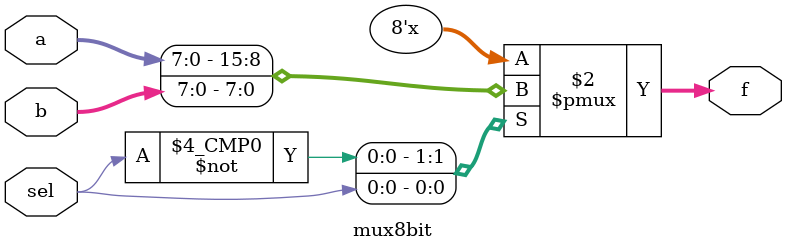
<source format=v>

`timescale 1ns/10ps

module mux8bit(a, b, sel, f);
	input [7:0] a, b;
	input sel;
	output reg [7:0] f;

	always@(a, b, sel) begin
		case(sel)
			0: f = a;
			1: f = b;
			default: f = 0;
		endcase
	end
endmodule

</source>
